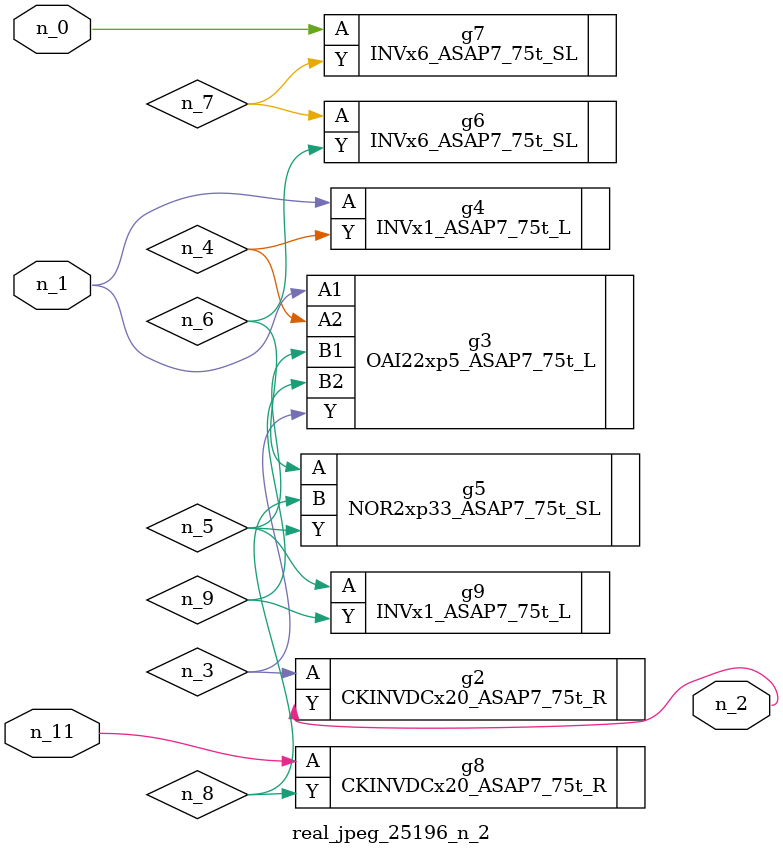
<source format=v>
module real_jpeg_25196_n_2 (n_1, n_11, n_0, n_2);

input n_1;
input n_11;
input n_0;

output n_2;

wire n_5;
wire n_4;
wire n_8;
wire n_6;
wire n_7;
wire n_3;
wire n_9;

INVx6_ASAP7_75t_SL g7 ( 
.A(n_0),
.Y(n_7)
);

OAI22xp5_ASAP7_75t_L g3 ( 
.A1(n_1),
.A2(n_4),
.B1(n_5),
.B2(n_9),
.Y(n_3)
);

INVx1_ASAP7_75t_L g4 ( 
.A(n_1),
.Y(n_4)
);

CKINVDCx20_ASAP7_75t_R g2 ( 
.A(n_3),
.Y(n_2)
);

INVx1_ASAP7_75t_L g9 ( 
.A(n_5),
.Y(n_9)
);

NOR2xp33_ASAP7_75t_SL g5 ( 
.A(n_6),
.B(n_8),
.Y(n_5)
);

INVx6_ASAP7_75t_SL g6 ( 
.A(n_7),
.Y(n_6)
);

CKINVDCx20_ASAP7_75t_R g8 ( 
.A(n_11),
.Y(n_8)
);


endmodule
</source>
